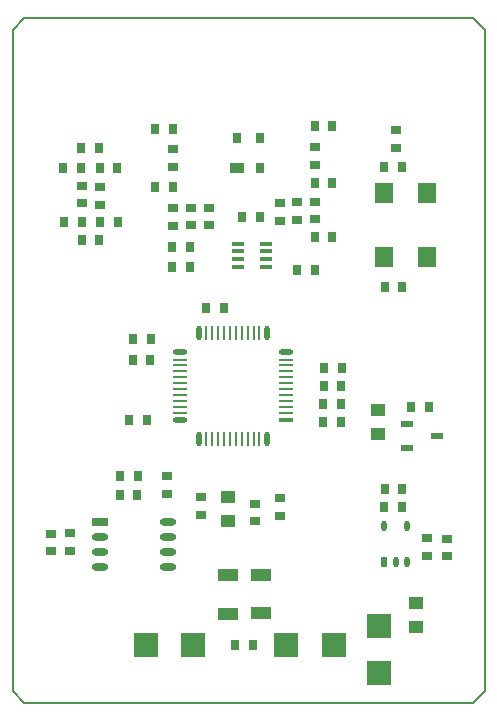
<source format=gtp>
%FSLAX25Y25*%
%MOIN*%
G70*
G01*
G75*
G04 Layer_Color=8421504*
%ADD10R,0.05118X0.03937*%
%ADD11R,0.02756X0.03347*%
%ADD12R,0.04331X0.01700*%
%ADD13R,0.03347X0.02756*%
%ADD14R,0.03937X0.02362*%
%ADD15O,0.00984X0.04724*%
%ADD16O,0.04724X0.00984*%
%ADD17O,0.04724X0.01772*%
%ADD18O,0.01772X0.04724*%
%ADD19R,0.04724X0.01772*%
%ADD20R,0.06299X0.07087*%
%ADD21O,0.01969X0.03543*%
%ADD22R,0.01969X0.03543*%
%ADD23O,0.01969X0.03543*%
%ADD24R,0.07874X0.07874*%
%ADD25R,0.07874X0.07874*%
%ADD26R,0.07087X0.03937*%
%ADD27O,0.05500X0.02500*%
%ADD28R,0.05500X0.02500*%
%ADD29R,0.04724X0.03543*%
%ADD30R,0.02756X0.03543*%
%ADD31C,0.04000*%
%ADD32C,0.00800*%
%ADD33C,0.01500*%
%ADD34C,0.01000*%
%ADD35C,0.03000*%
%ADD36C,0.01200*%
%ADD37C,0.02000*%
%ADD38C,0.00500*%
%ADD39R,0.19685X0.23622*%
%ADD40C,0.05906*%
%ADD41R,0.05906X0.05906*%
%ADD42R,0.05906X0.05906*%
%ADD43C,0.02000*%
%ADD44C,0.03000*%
%ADD45C,0.00787*%
D10*
X219400Y-170200D02*
D03*
Y-178074D02*
D03*
X232200Y-234626D02*
D03*
Y-242500D02*
D03*
X169500Y-207100D02*
D03*
Y-199226D02*
D03*
D11*
X227606Y-89200D02*
D03*
X221700D02*
D03*
X198500Y-123700D02*
D03*
X192595D02*
D03*
X198400Y-112600D02*
D03*
X204306D02*
D03*
X198400Y-94500D02*
D03*
X204306D02*
D03*
X198400Y-75600D02*
D03*
X204306D02*
D03*
X201294Y-174100D02*
D03*
X207200D02*
D03*
X201594Y-156200D02*
D03*
X207500D02*
D03*
X142506Y-173500D02*
D03*
X136600D02*
D03*
X180105Y-105800D02*
D03*
X174200D02*
D03*
X201395Y-162200D02*
D03*
X207300D02*
D03*
X207200Y-168100D02*
D03*
X201294D02*
D03*
X168100Y-136100D02*
D03*
X162195D02*
D03*
X126800Y-89635D02*
D03*
X132705D02*
D03*
X132905Y-107600D02*
D03*
X127000D02*
D03*
X126706Y-113600D02*
D03*
X120800D02*
D03*
X120700Y-83035D02*
D03*
X126605D02*
D03*
X114894Y-107400D02*
D03*
X120800D02*
D03*
X120600Y-89535D02*
D03*
X114694D02*
D03*
X151000Y-122635D02*
D03*
X156905D02*
D03*
X145294Y-76435D02*
D03*
X151200D02*
D03*
X145294Y-95735D02*
D03*
X151200D02*
D03*
X156905Y-115735D02*
D03*
X151000D02*
D03*
X227706Y-129200D02*
D03*
X221800D02*
D03*
X221795Y-196700D02*
D03*
X227700D02*
D03*
X227606Y-202700D02*
D03*
X221700D02*
D03*
X177800Y-248500D02*
D03*
X171895D02*
D03*
X133500Y-192100D02*
D03*
X139406D02*
D03*
X133400Y-198500D02*
D03*
X139305D02*
D03*
X236631Y-169100D02*
D03*
X230726D02*
D03*
X143806Y-146400D02*
D03*
X137900D02*
D03*
X143705Y-153400D02*
D03*
X137800D02*
D03*
D12*
X172774Y-114761D02*
D03*
Y-117321D02*
D03*
Y-119900D02*
D03*
Y-122500D02*
D03*
X182100D02*
D03*
Y-119900D02*
D03*
Y-117321D02*
D03*
Y-114761D02*
D03*
D13*
X163206Y-108705D02*
D03*
Y-102800D02*
D03*
X198400Y-100800D02*
D03*
Y-106705D02*
D03*
Y-82600D02*
D03*
Y-88506D02*
D03*
X192500Y-100900D02*
D03*
Y-106806D02*
D03*
X186800Y-107100D02*
D03*
Y-101195D02*
D03*
X127000Y-101835D02*
D03*
Y-95929D02*
D03*
X120800Y-101335D02*
D03*
Y-95429D02*
D03*
X157300Y-102800D02*
D03*
Y-108705D02*
D03*
X151100Y-83235D02*
D03*
Y-89140D02*
D03*
Y-102835D02*
D03*
Y-108740D02*
D03*
X225600Y-76894D02*
D03*
Y-82800D02*
D03*
X242400Y-219005D02*
D03*
Y-213100D02*
D03*
X235900Y-212995D02*
D03*
Y-218900D02*
D03*
X187000Y-199495D02*
D03*
Y-205400D02*
D03*
X110700Y-217300D02*
D03*
Y-211395D02*
D03*
X117000Y-217100D02*
D03*
Y-211194D02*
D03*
X149300Y-198205D02*
D03*
Y-192300D02*
D03*
X160500Y-205205D02*
D03*
Y-199300D02*
D03*
X178523Y-201395D02*
D03*
Y-207300D02*
D03*
D14*
X229232Y-175000D02*
D03*
X239074Y-178937D02*
D03*
X229232Y-182874D02*
D03*
D15*
X176105Y-144525D02*
D03*
X168231D02*
D03*
X174136D02*
D03*
X170199D02*
D03*
X172168D02*
D03*
X164294D02*
D03*
X170199Y-179958D02*
D03*
X162325D02*
D03*
X178073Y-144525D02*
D03*
X166262D02*
D03*
X164294Y-179958D02*
D03*
X166262D02*
D03*
X168231D02*
D03*
X172168D02*
D03*
X174136D02*
D03*
X176105D02*
D03*
X178073D02*
D03*
X180042D02*
D03*
Y-144525D02*
D03*
X162325D02*
D03*
D16*
X188900Y-155352D02*
D03*
Y-165194D02*
D03*
Y-159289D02*
D03*
Y-153383D02*
D03*
Y-163226D02*
D03*
Y-169132D02*
D03*
X153467Y-161258D02*
D03*
Y-157320D02*
D03*
Y-155352D02*
D03*
X188900Y-171100D02*
D03*
X153467D02*
D03*
X188900Y-161258D02*
D03*
Y-167163D02*
D03*
X153467Y-153383D02*
D03*
Y-163226D02*
D03*
Y-167163D02*
D03*
Y-165194D02*
D03*
Y-159289D02*
D03*
X153467Y-169132D02*
D03*
X188900Y-157320D02*
D03*
D17*
Y-151021D02*
D03*
X153467D02*
D03*
Y-173462D02*
D03*
D18*
X182404Y-144525D02*
D03*
X159963Y-179958D02*
D03*
X182404D02*
D03*
X159963Y-144525D02*
D03*
D19*
X188900Y-173462D02*
D03*
D20*
X235900Y-97940D02*
D03*
Y-119200D02*
D03*
X221727Y-97940D02*
D03*
Y-119200D02*
D03*
D21*
X229180Y-208989D02*
D03*
X225440Y-220800D02*
D03*
X229180D02*
D03*
D22*
X221700D02*
D03*
D23*
Y-208989D02*
D03*
D24*
X219900Y-242252D02*
D03*
Y-258000D02*
D03*
D25*
X189052Y-248500D02*
D03*
X204800D02*
D03*
X158048D02*
D03*
X142300D02*
D03*
D26*
X180500Y-237900D02*
D03*
Y-225105D02*
D03*
X169600Y-238100D02*
D03*
Y-225305D02*
D03*
D27*
X149538Y-217400D02*
D03*
Y-207400D02*
D03*
Y-222400D02*
D03*
X126900Y-217400D02*
D03*
Y-222400D02*
D03*
X149538Y-212400D02*
D03*
X126900D02*
D03*
D28*
Y-207400D02*
D03*
D29*
X172500Y-89400D02*
D03*
D30*
X180374D02*
D03*
Y-79558D02*
D03*
X172500D02*
D03*
D38*
X251306Y-267900D02*
X255243Y-263963D01*
Y-43490D01*
X251306Y-39553D02*
X255243Y-43490D01*
X101700Y-39553D02*
X133800D01*
X133196D02*
X184000D01*
X182409D02*
X233600D01*
X231621D02*
X251306D01*
X97763Y-43490D02*
X101700Y-39553D01*
X97763Y-263963D02*
Y-43490D01*
Y-263963D02*
X101700Y-267900D01*
X251306D01*
X101700D02*
X251306D01*
X97763Y-263963D02*
X101700Y-267900D01*
X97763Y-263963D02*
Y-43490D01*
X101700Y-39553D01*
X231621D02*
X251306D01*
X182409D02*
X233600D01*
X133196D02*
X184000D01*
X101700D02*
X133800D01*
X251306D02*
X255243Y-43490D01*
Y-263963D02*
Y-43490D01*
X251306Y-267900D02*
X255243Y-263963D01*
M02*

</source>
